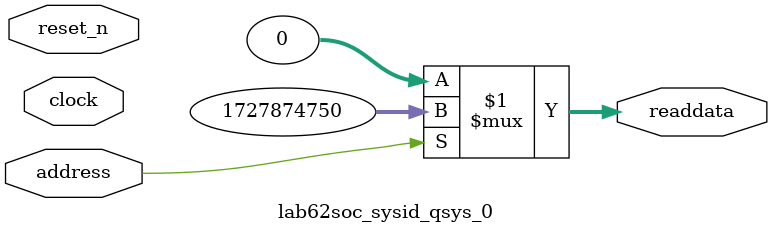
<source format=v>



// synthesis translate_off
`timescale 1ns / 1ps
// synthesis translate_on

// turn off superfluous verilog processor warnings 
// altera message_level Level1 
// altera message_off 10034 10035 10036 10037 10230 10240 10030 

module lab62soc_sysid_qsys_0 (
               // inputs:
                address,
                clock,
                reset_n,

               // outputs:
                readdata
             )
;

  output  [ 31: 0] readdata;
  input            address;
  input            clock;
  input            reset_n;

  wire    [ 31: 0] readdata;
  //control_slave, which is an e_avalon_slave
  assign readdata = address ? 1727874750 : 0;

endmodule



</source>
